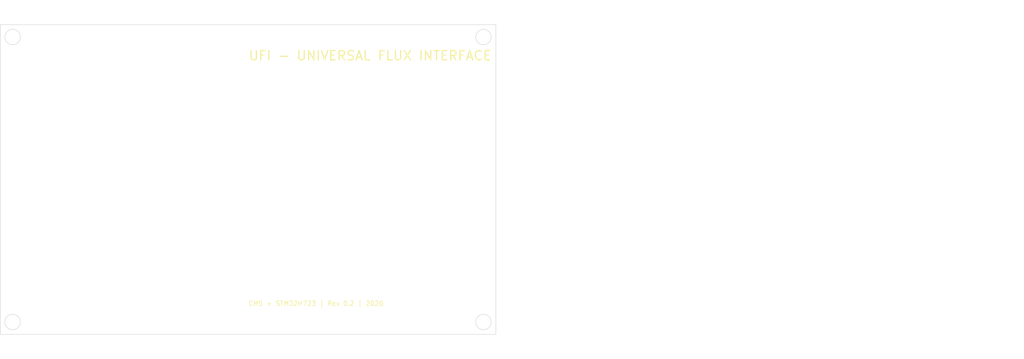
<source format=kicad_pcb>
(kicad_pcb
	(version 20240108)
	(generator "pcbnew")
	(generator_version "8.0")
	(general
		(thickness 1.6)
		(legacy_teardrops no)
	)
	(paper "A3")
	(title_block
		(title "UFI - Universal Flux Interface")
		(date "2026-01-17")
		(rev "0.2")
		(company "UFT Project")
		(comment 1 "CM5 Carrier + STM32H723 Flux Engine")
		(comment 2 "4-Layer PCB, 160x100mm")
	)
	(layers
		(0 "F.Cu" signal)
		(1 "In1.Cu" signal)
		(2 "In2.Cu" signal)
		(31 "B.Cu" signal)
		(32 "B.Adhes" user "B.Adhesive")
		(33 "F.Adhes" user "F.Adhesive")
		(34 "B.Paste" user)
		(35 "F.Paste" user)
		(36 "B.SilkS" user "B.Silkscreen")
		(37 "F.SilkS" user "F.Silkscreen")
		(38 "B.Mask" user)
		(39 "F.Mask" user)
		(40 "Dwgs.User" user "User.Drawings")
		(41 "Cmts.User" user "User.Comments")
		(42 "Eco1.User" user "User.Eco1")
		(43 "Eco2.User" user "User.Eco2")
		(44 "Edge.Cuts" user)
		(45 "Margin" user)
		(46 "B.CrtYd" user "B.Courtyard")
		(47 "F.CrtYd" user "F.Courtyard")
		(48 "B.Fab" user)
		(49 "F.Fab" user)
		(50 "User.1" user)
		(51 "User.2" user)
		(52 "User.3" user)
		(53 "User.4" user)
		(54 "User.5" user)
		(55 "User.6" user)
		(56 "User.7" user)
		(57 "User.8" user)
		(58 "User.9" user)
	)
	(setup
		(stackup
			(layer "F.SilkS" (type "Top Silk Screen"))
			(layer "F.Paste" (type "Top Solder Paste"))
			(layer "F.Mask" (type "Top Solder Mask") (thickness 0.01))
			(layer "F.Cu" (type "copper") (thickness 0.035))
			(layer "dielectric 1" (type "prepreg") (thickness 0.2) (material "FR4") (epsilon_r 4.5) (loss_tangent 0.02))
			(layer "In1.Cu" (type "copper") (thickness 0.035))
			(layer "dielectric 2" (type "core") (thickness 1.065) (material "FR4") (epsilon_r 4.5) (loss_tangent 0.02))
			(layer "In2.Cu" (type "copper") (thickness 0.035))
			(layer "dielectric 3" (type "prepreg") (thickness 0.2) (material "FR4") (epsilon_r 4.5) (loss_tangent 0.02))
			(layer "B.Cu" (type "copper") (thickness 0.035))
			(layer "B.Mask" (type "Bottom Solder Mask") (thickness 0.01))
			(layer "B.Paste" (type "Bottom Solder Paste"))
			(layer "B.SilkS" (type "Bottom Silk Screen"))
			(copper_finish "ENIG")
			(dielectric_constraints no)
		)
		(pad_to_mask_clearance 0.05)
		(allow_soldermask_bridges_in_footprints no)
		(pcbplotparams
			(layerselection 0x00010fc_ffffffff)
			(plot_on_all_layers_selection 0x0000000_00000000)
			(disableapertmacros no)
			(usegerberextensions no)
			(usegerberattributes yes)
			(usegerberadvancedattributes yes)
			(creategerberjobfile yes)
			(dashed_line_dash_ratio 12.000000)
			(dashed_line_gap_ratio 3.000000)
			(svgprecision 4)
			(plotframeref no)
			(viasonmask no)
			(mode 1)
			(useauxorigin no)
			(hpglpennumber 1)
			(hpglpenspeed 20)
			(hpglpendiameter 15.000000)
			(pdf_front_fp_property_popups yes)
			(pdf_back_fp_property_popups yes)
			(dxfpolygonmode yes)
			(dxfimperialunits yes)
			(dxfusepcbnewfont yes)
			(psnegative no)
			(psa4output no)
			(plotreference yes)
			(plotvalue yes)
			(plotfptext yes)
			(plotinvisibletext no)
			(sketchpadsonfab no)
			(subtractmaskfromsilk no)
			(outputformat 1)
			(mirror no)
			(drillshape 1)
			(scaleselection 1)
			(outputdirectory "")
		)
	)
	(net 0 "")
	(net 1 "GND")
	(net 2 "+3V3")
	(net 3 "+5V")
	(net 4 "+12V")
	(net 5 "USB_DP")
	(net 6 "USB_DM")
	(net 7 "ETH_TXP")
	(net 8 "ETH_TXN")
	(net 9 "ETH_RXP")
	(net 10 "ETH_RXN")
	(net 11 "FLUX_IN")
	(net 12 "FLUX_OUT")
	(net 13 "MOTOR_EN")
	(net 14 "DIR_SEL")
	(net 15 "STEP")
	(net 16 "WGATE")
	(net 17 "WDATA")
	(net 18 "RDATA")
	(net 19 "INDEX")
	(net 20 "TRACK0")
	(net 21 "WPROT")
	(net 22 "IEC_ATN")
	(net 23 "IEC_CLK")
	(net 24 "IEC_DATA")
	(net 25 "IEC_SRQ")
	(net 26 "IEC_RST")
	(net 27 "I2C_SDA")
	(net 28 "I2C_SCL")
	(net 29 "SPI_MOSI")
	(net 30 "SPI_MISO")
	(net 31 "SPI_CLK")
	(net 32 "SPI_CS")
	(net 33 "UART_TX")
	(net 34 "UART_RX")
	(net 35 "HDMI_D0P")
	(net 36 "HDMI_D0N")
	(net 37 "HDMI_D1P")
	(net 38 "HDMI_D1N")
	(net 39 "HDMI_D2P")
	(net 40 "HDMI_D2N")
	(net 41 "HDMI_CLKP")
	(net 42 "HDMI_CLKN")
	(net 43 "PCIE_TXP")
	(net 44 "PCIE_TXN")
	(net 45 "PCIE_RXP")
	(net 46 "PCIE_RXN")
	(net 47 "PCIE_CLK")

	(gr_rect
		(start 0 0)
		(end 160 100)
		(stroke
			(width 0.15)
			(type default)
		)
		(fill none)
		(layer "Edge.Cuts")
		(uuid "board-outline")
	)

	(gr_circle
		(center 4 4)
		(end 6.5 4)
		(stroke
			(width 0.15)
			(type default)
		)
		(fill none)
		(layer "Edge.Cuts")
		(uuid "mount1")
	)
	(gr_circle
		(center 156 4)
		(end 158.5 4)
		(stroke
			(width 0.15)
			(type default)
		)
		(fill none)
		(layer "Edge.Cuts")
		(uuid "mount2")
	)
	(gr_circle
		(center 4 96)
		(end 6.5 96)
		(stroke
			(width 0.15)
			(type default)
		)
		(fill none)
		(layer "Edge.Cuts")
		(uuid "mount3")
	)
	(gr_circle
		(center 156 96)
		(end 158.5 96)
		(stroke
			(width 0.15)
			(type default)
		)
		(fill none)
		(layer "Edge.Cuts")
		(uuid "mount4")
	)

	(gr_text "UFI - UNIVERSAL FLUX INTERFACE"
		(at 80 10 0)
		(layer "F.SilkS")
		(uuid "title-text")
		(effects
			(font
				(size 3 3)
				(thickness 0.4)
			)
			(justify left)
		)
	)

	(gr_text "CM5 + STM32H723 | Rev 0.2 | 2026"
		(at 80 90 0)
		(layer "F.SilkS")
		(uuid "rev-text")
		(effects
			(font
				(size 1.5 1.5)
				(thickness 0.2)
			)
			(justify left)
		)
	)

	(gr_text "┌─────────────────────────────────────────────────────────────────────────────────────────────┐\n│                              UFI MAINBOARD - PCB LAYOUT GUIDE                               │\n├─────────────────────────────────────────────────────────────────────────────────────────────┤\n│                                                                                             │\n│  LAYER STACKUP (4-Layer, 1.6mm):                                                            │\n│  ┌──────────────────────────────────────────────────────────────────────────────────────┐   │\n│  │  Layer   │ Thickness │ Material │ Purpose                                           │   │\n│  ├──────────┼───────────┼──────────┼─────────────────────────────────────────────────────┤   │\n│  │  F.Cu    │ 35µm      │ Copper   │ Signal + Components                               │   │\n│  │  Prepreg │ 0.2mm     │ FR4      │ Dielectric                                        │   │\n│  │  In1.Cu  │ 35µm      │ Copper   │ GND Plane                                         │   │\n│  │  Core    │ 1.065mm   │ FR4      │ Dielectric (main structural)                      │   │\n│  │  In2.Cu  │ 35µm      │ Copper   │ Power Plane (+3V3, +5V, +12V)                     │   │\n│  │  Prepreg │ 0.2mm     │ FR4      │ Dielectric                                        │   │\n│  │  B.Cu    │ 35µm      │ Copper   │ Signal + Components                               │   │\n│  └──────────┴───────────┴──────────┴─────────────────────────────────────────────────────┘   │\n│                                                                                             │\n│  COMPONENT PLACEMENT ZONES:                                                                  │\n│  ┌──────────────────────────────────────────────────────────────────────────────────────┐   │\n│  │                                                                                      │   │\n│  │     ┌─────────────────────────────────────────────────────────────────────────┐     │   │\n│  │     │                        CONNECTOR ZONE (TOP)                             │     │   │\n│  │     │  [J1-J2: 34-pin FDD]  [J3: Apple 19-pin]  [J4: DB-23 Amiga]  [J5: DIN-6]│     │   │\n│  │     └─────────────────────────────────────────────────────────────────────────┘     │   │\n│  │                                                                                      │   │\n│  │     ┌───────────────────────────────┐  ┌────────────────────────────────────┐       │   │\n│  │     │   CM5 MODULE ZONE             │  │   STM32H723 ZONE                   │       │   │\n│  │     │                               │  │                                    │       │   │\n│  │     │   [2x Hirose DF40C-100DP]    │  │   [U1: STM32H723ZGT6]              │       │   │\n│  │     │                               │  │   [Crystal, Decoupling]            │       │   │\n│  │     │   Keep-out under CM5 for      │  │   [USB HS PHY]                     │       │   │\n│  │     │   heat dissipation            │  │                                    │       │   │\n│  │     │                               │  │                                    │       │   │\n│  │     └───────────────────────────────┘  └────────────────────────────────────┘       │   │\n│  │                                                                                      │   │\n│  │     ┌───────────────────────────────┐  ┌────────────────────────────────────┐       │   │\n│  │     │   POWER ZONE                  │  │   INTERFACE ZONE                   │       │   │\n│  │     │                               │  │                                    │       │   │\n│  │     │   [DC Jack / USB-C Power]     │  │   [M.2 NVMe Slot]                  │       │   │\n│  │     │   [Buck Regulators]           │  │   [40-pin Expansion Header]        │       │   │\n│  │     │   [Bulk Capacitors]           │  │   [USB-C Data]                     │       │   │\n│  │     │                               │  │   [RJ45 Ethernet]                  │       │   │\n│  │     └───────────────────────────────┘  └────────────────────────────────────┘       │   │\n│  │                                                                                      │   │\n│  └──────────────────────────────────────────────────────────────────────────────────────┘   │\n│                                                                                             │\n│  DESIGN RULES:                                                                              │\n│  • Min Track Width: 0.15mm (signal), 0.5mm (power)                                         │\n│  • Min Clearance: 0.15mm                                                                    │\n│  • Min Via: 0.4mm pad, 0.2mm drill                                                         │\n│  • Impedance: 50Ω single-ended, 90Ω differential (USB)                                     │\n│  • ENIG finish recommended for fine-pitch CM5 connector                                    │\n│                                                                                             │\n│  CRITICAL SIGNALS:                                                                          │\n│  • USB HS: Match D+/D- length within 0.1mm, 90Ω diff                                       │\n│  • Ethernet: Match TX/RX pairs within 0.5mm                                                │\n│  • PCIe: Match TX/RX within 0.5mm, 100Ω diff                                               │\n│  • HDMI: Match data lanes within 0.5mm, 100Ω diff                                          │\n│                                                                                             │\n└─────────────────────────────────────────────────────────────────────────────────────────────┘"
		(at 200 50 0)
		(layer "Cmts.User")
		(uuid "layout-guide")
		(effects
			(font
				(size 1.2 1.2)
				(thickness 0.15)
			)
			(justify left)
		)
	)
)

</source>
